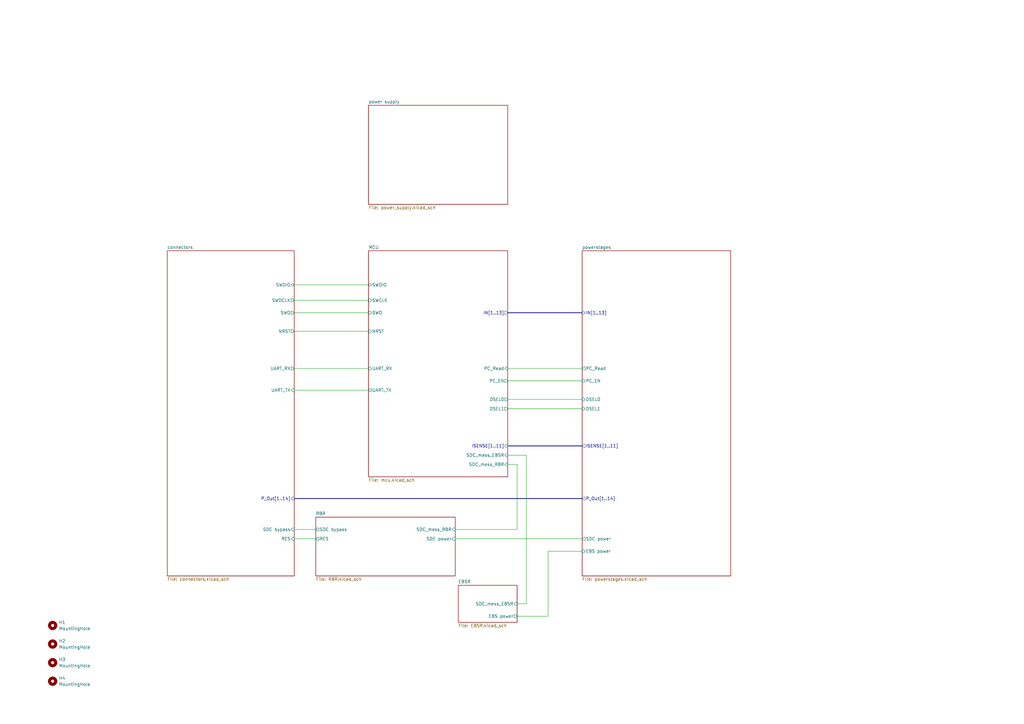
<source format=kicad_sch>
(kicad_sch (version 20250114) (generator "eeschema") (generator_version "9.0")
  (paper "A3")
  (title_block (title "PDU FT26") (date "2026-01-15") (rev "V1.2") (company "Jonas Urban") (comment 1 "FaSTTUBe Electronics"))
  (lib_symbols
    (symbol "Mechanical:MountingHole" (pin_names (offset 1.016))
      (property "Reference" "H" (at 0 5.08 0))
      (property "Value" "MountingHole" (at 0 3.175 0))
      (symbol "MountingHole_0_1"
        (circle (center 0 0) (radius 1.27) (stroke (width 1.27)))
      )
    )
  )
  (wire (pts (xy 120.65 160.02) (xy 151.13 160.02)))
  (wire (pts (xy 212.09 252.73) (xy 224.79 252.73)))
  (wire (pts (xy 120.65 220.98) (xy 129.54 220.98)))
  (bus (pts (xy 208.28 128.27) (xy 238.76 128.27)))
  (wire (pts (xy 208.28 156.21) (xy 238.76 156.21)))
  (wire (pts (xy 208.28 167.64) (xy 238.76 167.64)))
  (wire (pts (xy 215.9 186.69) (xy 215.9 247.65)))
  (wire (pts (xy 120.65 135.89) (xy 151.13 135.89)))
  (wire (pts (xy 224.79 226.06) (xy 238.76 226.06)))
  (wire (pts (xy 186.69 217.17) (xy 212.09 217.17)))
  (wire (pts (xy 186.69 220.98) (xy 238.76 220.98)))
  (wire (pts (xy 120.65 116.84) (xy 151.13 116.84)))
  (wire (pts (xy 208.28 163.83) (xy 238.76 163.83)))
  (wire (pts (xy 120.65 123.19) (xy 151.13 123.19)))
  (wire (pts (xy 212.09 190.5) (xy 208.28 190.5)))
  (bus (pts (xy 208.28 182.88) (xy 238.76 182.88)))
  (wire (pts (xy 120.65 151.13) (xy 151.13 151.13)))
  (wire (pts (xy 212.09 217.17) (xy 212.09 190.5)))
  (wire (pts (xy 120.65 128.27) (xy 151.13 128.27)))
  (wire (pts (xy 208.28 151.13) (xy 238.76 151.13)))
  (wire (pts (xy 224.79 252.73) (xy 224.79 226.06)))
  (wire (pts (xy 129.54 217.17) (xy 120.65 217.17)))
  (bus (pts (xy 120.65 204.47) (xy 238.76 204.47)))
  (wire (pts (xy 208.28 186.69) (xy 215.9 186.69)))
  (wire (pts (xy 215.9 247.65) (xy 212.09 247.65)))
  (symbol (lib_id "Mechanical:MountingHole") (at 21.59 271.78 0) (unit 1)
    (property "Reference" "H3" (at 24.13 270.5099 0) (effects (justify left)))
    (property "Value" "MountingHole" (at 24.13 273.0499 0) (effects (justify left)))
    (property "Footprint" "MountingHole:MountingHole_4.3mm_M4" (effects (hide yes)))
  )
  (symbol (lib_id "Mechanical:MountingHole") (at 21.59 279.4 0) (unit 1)
    (property "Reference" "H4" (at 24.13 278.1299 0) (effects (justify left)))
    (property "Value" "MountingHole" (at 24.13 280.6699 0) (effects (justify left)))
    (property "Footprint" "MountingHole:MountingHole_4.3mm_M4" (effects (hide yes)))
  )
  (symbol (lib_id "Mechanical:MountingHole") (at 21.59 264.16 0) (unit 1)
    (property "Reference" "H2" (at 24.13 262.8899 0) (effects (justify left)))
    (property "Value" "MountingHole" (at 24.13 265.4299 0) (effects (justify left)))
    (property "Footprint" "MountingHole:MountingHole_4.3mm_M4" (effects (hide yes)))
  )
  (symbol (lib_id "Mechanical:MountingHole") (at 21.59 256.54 0) (unit 1)
    (property "Reference" "H1" (at 24.13 255.2699 0) (effects (justify left)))
    (property "Value" "MountingHole" (at 24.13 257.8099 0) (effects (justify left)))
    (property "Footprint" "MountingHole:MountingHole_4.3mm_M4" (effects (hide yes)))
  )
  (sheet (at 151.13 102.87) (size 57.15 92.71) (stroke (width 0.1524))
    (property "Sheetname" "MCU" (at 151.13 102.1584 0) (effects (justify left bottom)))
    (property "Sheetfile" "mcu.kicad_sch" (at 151.13 196.1646 0) (effects (justify left top)))
    (pin "NRST" input (at 151.13 135.89 180))
    (pin "UART_TX" output (at 151.13 160.02 180))
    (pin "UART_RX" input (at 151.13 151.13 180))
    (pin "SWCLK" input (at 151.13 123.19 180))
    (pin "SWDIO" bidirectional (at 151.13 116.84 180))
    (pin "PC_EN" output (at 208.28 156.21 0))
    (pin "PC_Read" input (at 208.28 151.13 0))
    (pin "IN[1..13]" output (at 208.28 128.27 0))
    (pin "SWO" input (at 151.13 128.27 180))
    (pin "ISENSE[1..11]" input (at 208.28 182.88 0))
    (pin "DSEL0" output (at 208.28 163.83 0))
    (pin "DSEL1" output (at 208.28 167.64 0))
    (pin "SDC_mess_RBR" input (at 208.28 190.5 0))
    (pin "SDC_mess_EBSR" input (at 208.28 186.69 0))
  )
  (sheet (at 151.13 43.18) (size 57.15 40.64) (stroke (width 0.1524))
    (property "Sheetname" "power supply" (at 151.13 42.4684 0) (effects (justify left bottom)))
    (property "Sheetfile" "power_supply.kicad_sch" (at 151.13 84.4046 0) (effects (justify left top)))
  )
  (sheet (at 187.96 240.03) (size 24.13 15.24) (stroke (width 0.1524))
    (property "Sheetname" "EBSR" (at 187.96 239.3184 0) (effects (justify left bottom)))
    (property "Sheetfile" "EBSR.kicad_sch" (at 187.96 255.8546 0) (effects (justify left top)))
    (pin "EBS power" output (at 212.09 252.73 0))
    (pin "SDC_mess_EBSR" input (at 212.09 247.65 0))
  )
  (sheet (at 238.76 102.87) (size 60.96 133.35) (stroke (width 0.1524))
    (property "Sheetname" "powerstages" (at 238.76 102.1584 0) (effects (justify left bottom)))
    (property "Sheetfile" "powerstages.kicad_sch" (at 238.76 236.8046 0) (effects (justify left top)))
    (pin "ISENSE[1..11]" output (at 238.76 182.88 180))
    (pin "P_Out[1..14]" output (at 238.76 204.47 180))
    (pin "PC_EN" input (at 238.76 156.21 180))
    (pin "SDC power" output (at 238.76 220.98 180))
    (pin "PC_Read" output (at 238.76 151.13 180))
    (pin "IN[1..13]" input (at 238.76 128.27 180))
    (pin "DSEL0" input (at 238.76 163.83 180))
    (pin "DSEL1" input (at 238.76 167.64 180))
    (pin "EBS power" input (at 238.76 226.06 180))
  )
  (sheet (at 129.54 212.09) (size 57.15 24.13) (stroke (width 0.1524))
    (property "Sheetname" "RBR" (at 129.54 211.3784 0) (effects (justify left bottom)))
    (property "Sheetfile" "RBR.kicad_sch" (at 129.54 236.8046 0) (effects (justify left top)))
    (pin "SDC bypass" output (at 129.54 217.17 180))
    (pin "RES" output (at 129.54 220.98 180))
    (pin "SDC power" input (at 186.69 220.98 0))
    (pin "SDC_mess_RBR" input (at 186.69 217.17 0))
  )
  (sheet (at 68.58 102.87) (size 52.07 133.35) (stroke (width 0.1524))
    (property "Sheetname" "connectors" (at 68.58 102.1584 0) (effects (justify left bottom)))
    (property "Sheetfile" "connectors.kicad_sch" (at 68.58 236.8046 0) (effects (justify left top)))
    (pin "UART_TX" input (at 120.65 160.02 0))
    (pin "UART_RX" output (at 120.65 151.13 0))
    (pin "NRST" output (at 120.65 135.89 0))
    (pin "SWDCLK" output (at 120.65 123.19 0))
    (pin "SWDIO" bidirectional (at 120.65 116.84 0))
    (pin "P_Out[1..14]" input (at 120.65 204.47 0))
    (pin "RES" input (at 120.65 220.98 0))
    (pin "SDC bypass" input (at 120.65 217.17 0))
    (pin "SWO" output (at 120.65 128.27 0))
  )
)
</source>
